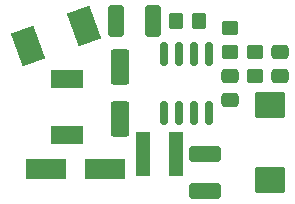
<source format=gbr>
%TF.GenerationSoftware,KiCad,Pcbnew,(6.0.9)*%
%TF.CreationDate,2024-03-30T18:15:30+01:00*%
%TF.ProjectId,HBW-IO-4-FM_Platine2,4842572d-494f-42d3-942d-464d5f506c61,rev?*%
%TF.SameCoordinates,Original*%
%TF.FileFunction,Paste,Top*%
%TF.FilePolarity,Positive*%
%FSLAX46Y46*%
G04 Gerber Fmt 4.6, Leading zero omitted, Abs format (unit mm)*
G04 Created by KiCad (PCBNEW (6.0.9)) date 2024-03-30 18:15:30*
%MOMM*%
%LPD*%
G01*
G04 APERTURE LIST*
G04 Aperture macros list*
%AMRoundRect*
0 Rectangle with rounded corners*
0 $1 Rounding radius*
0 $2 $3 $4 $5 $6 $7 $8 $9 X,Y pos of 4 corners*
0 Add a 4 corners polygon primitive as box body*
4,1,4,$2,$3,$4,$5,$6,$7,$8,$9,$2,$3,0*
0 Add four circle primitives for the rounded corners*
1,1,$1+$1,$2,$3*
1,1,$1+$1,$4,$5*
1,1,$1+$1,$6,$7*
1,1,$1+$1,$8,$9*
0 Add four rect primitives between the rounded corners*
20,1,$1+$1,$2,$3,$4,$5,0*
20,1,$1+$1,$4,$5,$6,$7,0*
20,1,$1+$1,$6,$7,$8,$9,0*
20,1,$1+$1,$8,$9,$2,$3,0*%
%AMRotRect*
0 Rectangle, with rotation*
0 The origin of the aperture is its center*
0 $1 length*
0 $2 width*
0 $3 Rotation angle, in degrees counterclockwise*
0 Add horizontal line*
21,1,$1,$2,0,0,$3*%
G04 Aperture macros list end*
%ADD10RoundRect,0.250000X-1.025000X0.875000X-1.025000X-0.875000X1.025000X-0.875000X1.025000X0.875000X0*%
%ADD11R,3.500000X1.800000*%
%ADD12RoundRect,0.250000X-0.450000X0.350000X-0.450000X-0.350000X0.450000X-0.350000X0.450000X0.350000X0*%
%ADD13RoundRect,0.250000X-0.550000X1.250000X-0.550000X-1.250000X0.550000X-1.250000X0.550000X1.250000X0*%
%ADD14RoundRect,0.250000X-0.412500X-1.100000X0.412500X-1.100000X0.412500X1.100000X-0.412500X1.100000X0*%
%ADD15RoundRect,0.150000X0.150000X-0.825000X0.150000X0.825000X-0.150000X0.825000X-0.150000X-0.825000X0*%
%ADD16RoundRect,0.250000X-1.100000X0.412500X-1.100000X-0.412500X1.100000X-0.412500X1.100000X0.412500X0*%
%ADD17RoundRect,0.250000X0.350000X0.450000X-0.350000X0.450000X-0.350000X-0.450000X0.350000X-0.450000X0*%
%ADD18R,1.200000X3.700000*%
%ADD19RoundRect,0.250000X0.475000X-0.337500X0.475000X0.337500X-0.475000X0.337500X-0.475000X-0.337500X0*%
%ADD20RotRect,2.020000X2.950000X20.000000*%
%ADD21R,2.700000X1.500000*%
%ADD22RoundRect,0.250000X-0.475000X0.337500X-0.475000X-0.337500X0.475000X-0.337500X0.475000X0.337500X0*%
G04 APERTURE END LIST*
D10*
%TO.C,C4*%
X148600000Y-92750000D03*
X148600000Y-99150000D03*
%TD*%
D11*
%TO.C,D2*%
X134600000Y-98150000D03*
X129600000Y-98150000D03*
%TD*%
D12*
%TO.C,R2*%
X145200000Y-86250000D03*
X145200000Y-88250000D03*
%TD*%
D13*
%TO.C,C6*%
X135900000Y-89550000D03*
X135900000Y-93950000D03*
%TD*%
D14*
%TO.C,C5*%
X135575000Y-85650000D03*
X138700000Y-85650000D03*
%TD*%
D15*
%TO.C,IC1*%
X139595000Y-93425000D03*
X140865000Y-93425000D03*
X142135000Y-93425000D03*
X143405000Y-93425000D03*
X143405000Y-88475000D03*
X142135000Y-88475000D03*
X140865000Y-88475000D03*
X139595000Y-88475000D03*
%TD*%
D16*
%TO.C,C2*%
X143100000Y-96950000D03*
X143100000Y-100075000D03*
%TD*%
D17*
%TO.C,R3*%
X142600000Y-85650000D03*
X140600000Y-85650000D03*
%TD*%
D18*
%TO.C,L1*%
X140600000Y-96950000D03*
X137800000Y-96950000D03*
%TD*%
D12*
%TO.C,R1*%
X147300000Y-88300000D03*
X147300000Y-90300000D03*
%TD*%
D19*
%TO.C,C3*%
X149400000Y-90337500D03*
X149400000Y-88262500D03*
%TD*%
D20*
%TO.C,SI1*%
X128101536Y-87760100D03*
X132800000Y-86050000D03*
%TD*%
D21*
%TO.C,D1*%
X131400000Y-95350000D03*
X131400000Y-90550000D03*
%TD*%
D22*
%TO.C,C1*%
X145200000Y-90300000D03*
X145200000Y-92375000D03*
%TD*%
M02*

</source>
